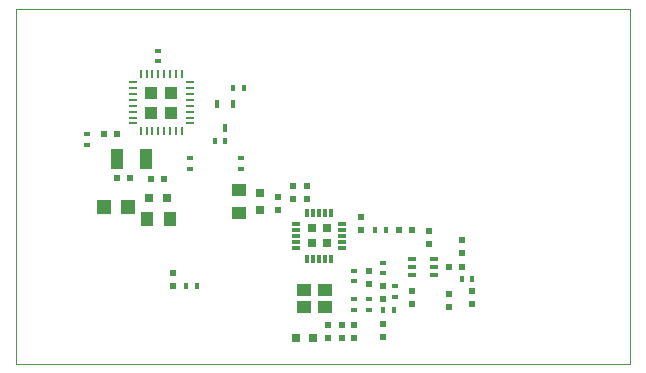
<source format=gbr>
G04 #@! TF.FileFunction,Paste,Top*
%FSLAX46Y46*%
G04 Gerber Fmt 4.6, Leading zero omitted, Abs format (unit mm)*
G04 Created by KiCad (PCBNEW 4.0.2+dfsg1-stable) date mar 18 dic 2018 09:17:30 CET*
%MOMM*%
G01*
G04 APERTURE LIST*
%ADD10C,0.100000*%
%ADD11R,0.600000X0.500000*%
%ADD12R,0.750000X0.800000*%
%ADD13R,0.800000X0.750000*%
%ADD14R,0.500000X0.600000*%
%ADD15R,1.250000X1.000000*%
%ADD16R,1.000000X1.250000*%
%ADD17R,1.198880X1.198880*%
%ADD18R,0.600000X0.400000*%
%ADD19R,0.400000X0.600000*%
%ADD20R,0.457200X0.711200*%
%ADD21R,1.000000X1.800000*%
%ADD22R,0.650000X0.400000*%
%ADD23R,1.150000X1.000000*%
%ADD24R,0.730000X0.300000*%
%ADD25R,0.300000X0.730000*%
%ADD26R,0.750000X0.750000*%
%ADD27R,0.700000X0.250000*%
%ADD28R,0.250000X0.700000*%
%ADD29R,1.035000X1.035000*%
G04 APERTURE END LIST*
D10*
X173697120Y-70957440D02*
X121697120Y-70957440D01*
X173697120Y-100957440D02*
X173697120Y-70957440D01*
X121697120Y-100957440D02*
X173697120Y-100957440D01*
X121697120Y-70957440D02*
X121697120Y-100957440D01*
D11*
X159442240Y-92766960D03*
X158342240Y-92766960D03*
D12*
X142344140Y-87982300D03*
X142344140Y-86482300D03*
D13*
X134487202Y-86963456D03*
X132987202Y-86963456D03*
D14*
X156636720Y-90797280D03*
X156636720Y-89697280D03*
X145186400Y-86997440D03*
X145186400Y-85897440D03*
D13*
X145372960Y-98796920D03*
X146872960Y-98796920D03*
D14*
X146367500Y-87010140D03*
X146367500Y-85910140D03*
X150947120Y-89647840D03*
X150947120Y-88547840D03*
X150324820Y-97718600D03*
X150324820Y-98818600D03*
X149263100Y-97719780D03*
X149263100Y-98819780D03*
X151597360Y-94198340D03*
X151597360Y-93098340D03*
X152778460Y-97601760D03*
X152778460Y-98701760D03*
X152803860Y-95508980D03*
X152803860Y-94408980D03*
X148137880Y-97721140D03*
X148137880Y-98821140D03*
D15*
X140555980Y-88232300D03*
X140555980Y-86232300D03*
D14*
X143855440Y-87993400D03*
X143855440Y-86893400D03*
D11*
X155202980Y-89640220D03*
X154102980Y-89640220D03*
D14*
X158335980Y-95066840D03*
X158335980Y-96166840D03*
X155219400Y-95940780D03*
X155219400Y-94840780D03*
D16*
X134770222Y-88718596D03*
X132770222Y-88718596D03*
D14*
X159440880Y-91629220D03*
X159440880Y-90529220D03*
D11*
X134232682Y-85299756D03*
X133132682Y-85299756D03*
D14*
X160342580Y-94830620D03*
X160342580Y-95930620D03*
D11*
X131349602Y-85284516D03*
X130249602Y-85284516D03*
X129107962Y-81535476D03*
X130207962Y-81535476D03*
D14*
X135031480Y-94421860D03*
X135031480Y-93321860D03*
D17*
X131213860Y-87674260D03*
X129115820Y-87674260D03*
D18*
X150332440Y-93094620D03*
X150332440Y-93994620D03*
D19*
X153001980Y-89647840D03*
X152101980Y-89647840D03*
X160337500Y-93805820D03*
X159437500Y-93805820D03*
X153670840Y-96396620D03*
X152770840Y-96396620D03*
D18*
X151599900Y-96409320D03*
X151599900Y-95509320D03*
X153812240Y-95310340D03*
X153812240Y-94410340D03*
D20*
X140063220Y-78968600D03*
X138742420Y-78968600D03*
X139402820Y-81000600D03*
D21*
X132744382Y-83636056D03*
X130244382Y-83636056D03*
D18*
X152803860Y-93331260D03*
X152803860Y-92431260D03*
D19*
X140072540Y-77655420D03*
X140972540Y-77655420D03*
D18*
X136414362Y-83547156D03*
X136414362Y-84447156D03*
X140790782Y-83556896D03*
X140790782Y-84456896D03*
D19*
X139419602Y-82119676D03*
X138519602Y-82119676D03*
X137010560Y-94412880D03*
X136110560Y-94412880D03*
D18*
X127750422Y-81545216D03*
X127750422Y-82445216D03*
X150334980Y-96409320D03*
X150334980Y-95509320D03*
X133747362Y-75361156D03*
X133747362Y-74461156D03*
D22*
X155216820Y-92132200D03*
X155216820Y-93432200D03*
X157116820Y-92782200D03*
X155216820Y-92782200D03*
X157116820Y-93432200D03*
X157116820Y-92132200D03*
D23*
X147853340Y-94769940D03*
X146103340Y-94769940D03*
X146103340Y-96169940D03*
X147853340Y-96169940D03*
D24*
X149338180Y-91148380D03*
X149338180Y-90648380D03*
X149338180Y-90148380D03*
X149338180Y-89648380D03*
X149338180Y-89148380D03*
D25*
X148373180Y-88183380D03*
X147873180Y-88183380D03*
X147373180Y-88183380D03*
X146873180Y-88183380D03*
X146373180Y-88183380D03*
D24*
X145408180Y-89148380D03*
X145408180Y-89648380D03*
X145408180Y-90148380D03*
X145408180Y-90648380D03*
X145408180Y-91148380D03*
D25*
X146373180Y-92113380D03*
X146873180Y-92113380D03*
X147373180Y-92113380D03*
X147873180Y-92113380D03*
X148373180Y-92113380D03*
D26*
X146748180Y-89523380D03*
X146748180Y-90773380D03*
X147998180Y-89523380D03*
X147998180Y-90773380D03*
D27*
X136397722Y-80635156D03*
X136397722Y-80135156D03*
X136397722Y-79635156D03*
X136397722Y-79135156D03*
X136397722Y-78635156D03*
X136397722Y-78135156D03*
X136397722Y-77635156D03*
X136397722Y-77135156D03*
D28*
X135747722Y-76485156D03*
X135247722Y-76485156D03*
X134747722Y-76485156D03*
X134247722Y-76485156D03*
X133747722Y-76485156D03*
X133247722Y-76485156D03*
X132747722Y-76485156D03*
X132247722Y-76485156D03*
D27*
X131597722Y-77135156D03*
X131597722Y-77635156D03*
X131597722Y-78135156D03*
X131597722Y-78635156D03*
X131597722Y-79135156D03*
X131597722Y-79635156D03*
X131597722Y-80135156D03*
X131597722Y-80635156D03*
D28*
X132247722Y-81285156D03*
X132747722Y-81285156D03*
X133247722Y-81285156D03*
X133747722Y-81285156D03*
X134247722Y-81285156D03*
X134747722Y-81285156D03*
X135247722Y-81285156D03*
X135747722Y-81285156D03*
D29*
X133135222Y-78022656D03*
X133135222Y-79747656D03*
X134860222Y-78022656D03*
X134860222Y-79747656D03*
M02*

</source>
